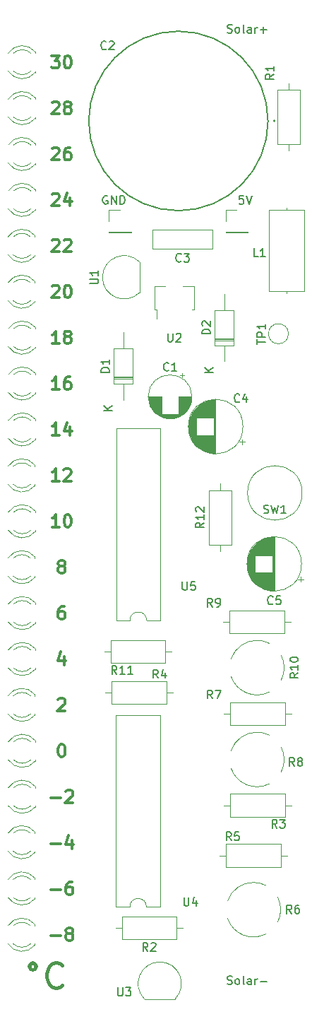
<source format=gbr>
%TF.GenerationSoftware,KiCad,Pcbnew,6.0.8-f2edbf62ab~116~ubuntu20.04.1*%
%TF.CreationDate,2022-11-01T19:33:50+01:00*%
%TF.ProjectId,temp,74656d70-2e6b-4696-9361-645f70636258,rev?*%
%TF.SameCoordinates,Original*%
%TF.FileFunction,Legend,Top*%
%TF.FilePolarity,Positive*%
%FSLAX46Y46*%
G04 Gerber Fmt 4.6, Leading zero omitted, Abs format (unit mm)*
G04 Created by KiCad (PCBNEW 6.0.8-f2edbf62ab~116~ubuntu20.04.1) date 2022-11-01 19:33:50*
%MOMM*%
%LPD*%
G01*
G04 APERTURE LIST*
%ADD10C,0.300000*%
%ADD11C,0.400000*%
%ADD12C,0.150000*%
%ADD13C,0.120000*%
%ADD14C,0.200000*%
%ADD15C,0.127000*%
G04 APERTURE END LIST*
D10*
X123857142Y-51321428D02*
X123928571Y-51250000D01*
X124071428Y-51178571D01*
X124428571Y-51178571D01*
X124571428Y-51250000D01*
X124642857Y-51321428D01*
X124714285Y-51464285D01*
X124714285Y-51607142D01*
X124642857Y-51821428D01*
X123785714Y-52678571D01*
X124714285Y-52678571D01*
X126000000Y-51178571D02*
X125714285Y-51178571D01*
X125571428Y-51250000D01*
X125500000Y-51321428D01*
X125357142Y-51535714D01*
X125285714Y-51821428D01*
X125285714Y-52392857D01*
X125357142Y-52535714D01*
X125428571Y-52607142D01*
X125571428Y-52678571D01*
X125857142Y-52678571D01*
X126000000Y-52607142D01*
X126071428Y-52535714D01*
X126142857Y-52392857D01*
X126142857Y-52035714D01*
X126071428Y-51892857D01*
X126000000Y-51821428D01*
X125857142Y-51750000D01*
X125571428Y-51750000D01*
X125428571Y-51821428D01*
X125357142Y-51892857D01*
X125285714Y-52035714D01*
X125285714Y-112178571D02*
X125285714Y-113178571D01*
X124928571Y-111607142D02*
X124571428Y-112678571D01*
X125500000Y-112678571D01*
X124714285Y-85678571D02*
X123857142Y-85678571D01*
X124285714Y-85678571D02*
X124285714Y-84178571D01*
X124142857Y-84392857D01*
X124000000Y-84535714D01*
X123857142Y-84607142D01*
X126000000Y-84678571D02*
X126000000Y-85678571D01*
X125642857Y-84107142D02*
X125285714Y-85178571D01*
X126214285Y-85178571D01*
X123857142Y-56821428D02*
X123928571Y-56750000D01*
X124071428Y-56678571D01*
X124428571Y-56678571D01*
X124571428Y-56750000D01*
X124642857Y-56821428D01*
X124714285Y-56964285D01*
X124714285Y-57107142D01*
X124642857Y-57321428D01*
X123785714Y-58178571D01*
X124714285Y-58178571D01*
X126000000Y-57178571D02*
X126000000Y-58178571D01*
X125642857Y-56607142D02*
X125285714Y-57678571D01*
X126214285Y-57678571D01*
X123857142Y-45821428D02*
X123928571Y-45750000D01*
X124071428Y-45678571D01*
X124428571Y-45678571D01*
X124571428Y-45750000D01*
X124642857Y-45821428D01*
X124714285Y-45964285D01*
X124714285Y-46107142D01*
X124642857Y-46321428D01*
X123785714Y-47178571D01*
X124714285Y-47178571D01*
X125571428Y-46321428D02*
X125428571Y-46250000D01*
X125357142Y-46178571D01*
X125285714Y-46035714D01*
X125285714Y-45964285D01*
X125357142Y-45821428D01*
X125428571Y-45750000D01*
X125571428Y-45678571D01*
X125857142Y-45678571D01*
X126000000Y-45750000D01*
X126071428Y-45821428D01*
X126142857Y-45964285D01*
X126142857Y-46035714D01*
X126071428Y-46178571D01*
X126000000Y-46250000D01*
X125857142Y-46321428D01*
X125571428Y-46321428D01*
X125428571Y-46392857D01*
X125357142Y-46464285D01*
X125285714Y-46607142D01*
X125285714Y-46892857D01*
X125357142Y-47035714D01*
X125428571Y-47107142D01*
X125571428Y-47178571D01*
X125857142Y-47178571D01*
X126000000Y-47107142D01*
X126071428Y-47035714D01*
X126142857Y-46892857D01*
X126142857Y-46607142D01*
X126071428Y-46464285D01*
X126000000Y-46392857D01*
X125857142Y-46321428D01*
X123857142Y-67821428D02*
X123928571Y-67750000D01*
X124071428Y-67678571D01*
X124428571Y-67678571D01*
X124571428Y-67750000D01*
X124642857Y-67821428D01*
X124714285Y-67964285D01*
X124714285Y-68107142D01*
X124642857Y-68321428D01*
X123785714Y-69178571D01*
X124714285Y-69178571D01*
X125642857Y-67678571D02*
X125785714Y-67678571D01*
X125928571Y-67750000D01*
X126000000Y-67821428D01*
X126071428Y-67964285D01*
X126142857Y-68250000D01*
X126142857Y-68607142D01*
X126071428Y-68892857D01*
X126000000Y-69035714D01*
X125928571Y-69107142D01*
X125785714Y-69178571D01*
X125642857Y-69178571D01*
X125500000Y-69107142D01*
X125428571Y-69035714D01*
X125357142Y-68892857D01*
X125285714Y-68607142D01*
X125285714Y-68250000D01*
X125357142Y-67964285D01*
X125428571Y-67821428D01*
X125500000Y-67750000D01*
X125642857Y-67678571D01*
X124857142Y-101321428D02*
X124714285Y-101250000D01*
X124642857Y-101178571D01*
X124571428Y-101035714D01*
X124571428Y-100964285D01*
X124642857Y-100821428D01*
X124714285Y-100750000D01*
X124857142Y-100678571D01*
X125142857Y-100678571D01*
X125285714Y-100750000D01*
X125357142Y-100821428D01*
X125428571Y-100964285D01*
X125428571Y-101035714D01*
X125357142Y-101178571D01*
X125285714Y-101250000D01*
X125142857Y-101321428D01*
X124857142Y-101321428D01*
X124714285Y-101392857D01*
X124642857Y-101464285D01*
X124571428Y-101607142D01*
X124571428Y-101892857D01*
X124642857Y-102035714D01*
X124714285Y-102107142D01*
X124857142Y-102178571D01*
X125142857Y-102178571D01*
X125285714Y-102107142D01*
X125357142Y-102035714D01*
X125428571Y-101892857D01*
X125428571Y-101607142D01*
X125357142Y-101464285D01*
X125285714Y-101392857D01*
X125142857Y-101321428D01*
X124686495Y-91169317D02*
X123829352Y-91169317D01*
X124257924Y-91169317D02*
X124257924Y-89669317D01*
X124115067Y-89883603D01*
X123972210Y-90026460D01*
X123829352Y-90097888D01*
X125257924Y-89812174D02*
X125329352Y-89740746D01*
X125472210Y-89669317D01*
X125829352Y-89669317D01*
X125972210Y-89740746D01*
X126043638Y-89812174D01*
X126115067Y-89955031D01*
X126115067Y-90097888D01*
X126043638Y-90312174D01*
X125186495Y-91169317D01*
X126115067Y-91169317D01*
D11*
X121500000Y-148857142D02*
X121214285Y-149000000D01*
X121071428Y-149285714D01*
X121214285Y-149571428D01*
X121500000Y-149714285D01*
X121785714Y-149571428D01*
X121928571Y-149285714D01*
X121785714Y-149000000D01*
X121500000Y-148857142D01*
X125071428Y-151571428D02*
X124928571Y-151714285D01*
X124500000Y-151857142D01*
X124214285Y-151857142D01*
X123785714Y-151714285D01*
X123500000Y-151428571D01*
X123357142Y-151142857D01*
X123214285Y-150571428D01*
X123214285Y-150142857D01*
X123357142Y-149571428D01*
X123500000Y-149285714D01*
X123785714Y-149000000D01*
X124214285Y-148857142D01*
X124500000Y-148857142D01*
X124928571Y-149000000D01*
X125071428Y-149142857D01*
D10*
X124714285Y-96678571D02*
X123857142Y-96678571D01*
X124285714Y-96678571D02*
X124285714Y-95178571D01*
X124142857Y-95392857D01*
X124000000Y-95535714D01*
X123857142Y-95607142D01*
X125642857Y-95178571D02*
X125785714Y-95178571D01*
X125928571Y-95250000D01*
X126000000Y-95321428D01*
X126071428Y-95464285D01*
X126142857Y-95750000D01*
X126142857Y-96107142D01*
X126071428Y-96392857D01*
X126000000Y-96535714D01*
X125928571Y-96607142D01*
X125785714Y-96678571D01*
X125642857Y-96678571D01*
X125500000Y-96607142D01*
X125428571Y-96535714D01*
X125357142Y-96392857D01*
X125285714Y-96107142D01*
X125285714Y-95750000D01*
X125357142Y-95464285D01*
X125428571Y-95321428D01*
X125500000Y-95250000D01*
X125642857Y-95178571D01*
X124928571Y-122678571D02*
X125071428Y-122678571D01*
X125214285Y-122750000D01*
X125285714Y-122821428D01*
X125357142Y-122964285D01*
X125428571Y-123250000D01*
X125428571Y-123607142D01*
X125357142Y-123892857D01*
X125285714Y-124035714D01*
X125214285Y-124107142D01*
X125071428Y-124178571D01*
X124928571Y-124178571D01*
X124785714Y-124107142D01*
X124714285Y-124035714D01*
X124642857Y-123892857D01*
X124571428Y-123607142D01*
X124571428Y-123250000D01*
X124642857Y-122964285D01*
X124714285Y-122821428D01*
X124785714Y-122750000D01*
X124928571Y-122678571D01*
X124714285Y-74678571D02*
X123857142Y-74678571D01*
X124285714Y-74678571D02*
X124285714Y-73178571D01*
X124142857Y-73392857D01*
X124000000Y-73535714D01*
X123857142Y-73607142D01*
X125571428Y-73821428D02*
X125428571Y-73750000D01*
X125357142Y-73678571D01*
X125285714Y-73535714D01*
X125285714Y-73464285D01*
X125357142Y-73321428D01*
X125428571Y-73250000D01*
X125571428Y-73178571D01*
X125857142Y-73178571D01*
X126000000Y-73250000D01*
X126071428Y-73321428D01*
X126142857Y-73464285D01*
X126142857Y-73535714D01*
X126071428Y-73678571D01*
X126000000Y-73750000D01*
X125857142Y-73821428D01*
X125571428Y-73821428D01*
X125428571Y-73892857D01*
X125357142Y-73964285D01*
X125285714Y-74107142D01*
X125285714Y-74392857D01*
X125357142Y-74535714D01*
X125428571Y-74607142D01*
X125571428Y-74678571D01*
X125857142Y-74678571D01*
X126000000Y-74607142D01*
X126071428Y-74535714D01*
X126142857Y-74392857D01*
X126142857Y-74107142D01*
X126071428Y-73964285D01*
X126000000Y-73892857D01*
X125857142Y-73821428D01*
X123857142Y-62321428D02*
X123928571Y-62250000D01*
X124071428Y-62178571D01*
X124428571Y-62178571D01*
X124571428Y-62250000D01*
X124642857Y-62321428D01*
X124714285Y-62464285D01*
X124714285Y-62607142D01*
X124642857Y-62821428D01*
X123785714Y-63678571D01*
X124714285Y-63678571D01*
X125285714Y-62321428D02*
X125357142Y-62250000D01*
X125500000Y-62178571D01*
X125857142Y-62178571D01*
X126000000Y-62250000D01*
X126071428Y-62321428D01*
X126142857Y-62464285D01*
X126142857Y-62607142D01*
X126071428Y-62821428D01*
X125214285Y-63678571D01*
X126142857Y-63678571D01*
X124714285Y-80178571D02*
X123857142Y-80178571D01*
X124285714Y-80178571D02*
X124285714Y-78678571D01*
X124142857Y-78892857D01*
X124000000Y-79035714D01*
X123857142Y-79107142D01*
X126000000Y-78678571D02*
X125714285Y-78678571D01*
X125571428Y-78750000D01*
X125500000Y-78821428D01*
X125357142Y-79035714D01*
X125285714Y-79321428D01*
X125285714Y-79892857D01*
X125357142Y-80035714D01*
X125428571Y-80107142D01*
X125571428Y-80178571D01*
X125857142Y-80178571D01*
X126000000Y-80107142D01*
X126071428Y-80035714D01*
X126142857Y-79892857D01*
X126142857Y-79535714D01*
X126071428Y-79392857D01*
X126000000Y-79321428D01*
X125857142Y-79250000D01*
X125571428Y-79250000D01*
X125428571Y-79321428D01*
X125357142Y-79392857D01*
X125285714Y-79535714D01*
X123714285Y-134607142D02*
X124857142Y-134607142D01*
X126214285Y-134178571D02*
X126214285Y-135178571D01*
X125857142Y-133607142D02*
X125500000Y-134678571D01*
X126428571Y-134678571D01*
X123714285Y-140107142D02*
X124857142Y-140107142D01*
X126214285Y-139178571D02*
X125928571Y-139178571D01*
X125785714Y-139250000D01*
X125714285Y-139321428D01*
X125571428Y-139535714D01*
X125500000Y-139821428D01*
X125500000Y-140392857D01*
X125571428Y-140535714D01*
X125642857Y-140607142D01*
X125785714Y-140678571D01*
X126071428Y-140678571D01*
X126214285Y-140607142D01*
X126285714Y-140535714D01*
X126357142Y-140392857D01*
X126357142Y-140035714D01*
X126285714Y-139892857D01*
X126214285Y-139821428D01*
X126071428Y-139750000D01*
X125785714Y-139750000D01*
X125642857Y-139821428D01*
X125571428Y-139892857D01*
X125500000Y-140035714D01*
X123714285Y-145607142D02*
X124857142Y-145607142D01*
X125785714Y-145321428D02*
X125642857Y-145250000D01*
X125571428Y-145178571D01*
X125500000Y-145035714D01*
X125500000Y-144964285D01*
X125571428Y-144821428D01*
X125642857Y-144750000D01*
X125785714Y-144678571D01*
X126071428Y-144678571D01*
X126214285Y-144750000D01*
X126285714Y-144821428D01*
X126357142Y-144964285D01*
X126357142Y-145035714D01*
X126285714Y-145178571D01*
X126214285Y-145250000D01*
X126071428Y-145321428D01*
X125785714Y-145321428D01*
X125642857Y-145392857D01*
X125571428Y-145464285D01*
X125500000Y-145607142D01*
X125500000Y-145892857D01*
X125571428Y-146035714D01*
X125642857Y-146107142D01*
X125785714Y-146178571D01*
X126071428Y-146178571D01*
X126214285Y-146107142D01*
X126285714Y-146035714D01*
X126357142Y-145892857D01*
X126357142Y-145607142D01*
X126285714Y-145464285D01*
X126214285Y-145392857D01*
X126071428Y-145321428D01*
X124571428Y-117321428D02*
X124642857Y-117250000D01*
X124785714Y-117178571D01*
X125142857Y-117178571D01*
X125285714Y-117250000D01*
X125357142Y-117321428D01*
X125428571Y-117464285D01*
X125428571Y-117607142D01*
X125357142Y-117821428D01*
X124500000Y-118678571D01*
X125428571Y-118678571D01*
X125285714Y-106178571D02*
X125000000Y-106178571D01*
X124857142Y-106250000D01*
X124785714Y-106321428D01*
X124642857Y-106535714D01*
X124571428Y-106821428D01*
X124571428Y-107392857D01*
X124642857Y-107535714D01*
X124714285Y-107607142D01*
X124857142Y-107678571D01*
X125142857Y-107678571D01*
X125285714Y-107607142D01*
X125357142Y-107535714D01*
X125428571Y-107392857D01*
X125428571Y-107035714D01*
X125357142Y-106892857D01*
X125285714Y-106821428D01*
X125142857Y-106750000D01*
X124857142Y-106750000D01*
X124714285Y-106821428D01*
X124642857Y-106892857D01*
X124571428Y-107035714D01*
X123785714Y-40178571D02*
X124714285Y-40178571D01*
X124214285Y-40750000D01*
X124428571Y-40750000D01*
X124571428Y-40821428D01*
X124642857Y-40892857D01*
X124714285Y-41035714D01*
X124714285Y-41392857D01*
X124642857Y-41535714D01*
X124571428Y-41607142D01*
X124428571Y-41678571D01*
X124000000Y-41678571D01*
X123857142Y-41607142D01*
X123785714Y-41535714D01*
X125642857Y-40178571D02*
X125785714Y-40178571D01*
X125928571Y-40250000D01*
X126000000Y-40321428D01*
X126071428Y-40464285D01*
X126142857Y-40750000D01*
X126142857Y-41107142D01*
X126071428Y-41392857D01*
X126000000Y-41535714D01*
X125928571Y-41607142D01*
X125785714Y-41678571D01*
X125642857Y-41678571D01*
X125500000Y-41607142D01*
X125428571Y-41535714D01*
X125357142Y-41392857D01*
X125285714Y-41107142D01*
X125285714Y-40750000D01*
X125357142Y-40464285D01*
X125428571Y-40321428D01*
X125500000Y-40250000D01*
X125642857Y-40178571D01*
X123714285Y-129107142D02*
X124857142Y-129107142D01*
X125500000Y-128321428D02*
X125571428Y-128250000D01*
X125714285Y-128178571D01*
X126071428Y-128178571D01*
X126214285Y-128250000D01*
X126285714Y-128321428D01*
X126357142Y-128464285D01*
X126357142Y-128607142D01*
X126285714Y-128821428D01*
X125428571Y-129678571D01*
X126357142Y-129678571D01*
D12*
%TO.C,Solar+*%
X144869047Y-37404761D02*
X145011904Y-37452380D01*
X145250000Y-37452380D01*
X145345238Y-37404761D01*
X145392857Y-37357142D01*
X145440476Y-37261904D01*
X145440476Y-37166666D01*
X145392857Y-37071428D01*
X145345238Y-37023809D01*
X145250000Y-36976190D01*
X145059523Y-36928571D01*
X144964285Y-36880952D01*
X144916666Y-36833333D01*
X144869047Y-36738095D01*
X144869047Y-36642857D01*
X144916666Y-36547619D01*
X144964285Y-36500000D01*
X145059523Y-36452380D01*
X145297619Y-36452380D01*
X145440476Y-36500000D01*
X146011904Y-37452380D02*
X145916666Y-37404761D01*
X145869047Y-37357142D01*
X145821428Y-37261904D01*
X145821428Y-36976190D01*
X145869047Y-36880952D01*
X145916666Y-36833333D01*
X146011904Y-36785714D01*
X146154761Y-36785714D01*
X146250000Y-36833333D01*
X146297619Y-36880952D01*
X146345238Y-36976190D01*
X146345238Y-37261904D01*
X146297619Y-37357142D01*
X146250000Y-37404761D01*
X146154761Y-37452380D01*
X146011904Y-37452380D01*
X146916666Y-37452380D02*
X146821428Y-37404761D01*
X146773809Y-37309523D01*
X146773809Y-36452380D01*
X147726190Y-37452380D02*
X147726190Y-36928571D01*
X147678571Y-36833333D01*
X147583333Y-36785714D01*
X147392857Y-36785714D01*
X147297619Y-36833333D01*
X147726190Y-37404761D02*
X147630952Y-37452380D01*
X147392857Y-37452380D01*
X147297619Y-37404761D01*
X147250000Y-37309523D01*
X147250000Y-37214285D01*
X147297619Y-37119047D01*
X147392857Y-37071428D01*
X147630952Y-37071428D01*
X147726190Y-37023809D01*
X148202380Y-37452380D02*
X148202380Y-36785714D01*
X148202380Y-36976190D02*
X148250000Y-36880952D01*
X148297619Y-36833333D01*
X148392857Y-36785714D01*
X148488095Y-36785714D01*
X148821428Y-37071428D02*
X149583333Y-37071428D01*
X149202380Y-37452380D02*
X149202380Y-36690476D01*
%TO.C,R9*%
X143083333Y-106202380D02*
X142750000Y-105726190D01*
X142511904Y-106202380D02*
X142511904Y-105202380D01*
X142892857Y-105202380D01*
X142988095Y-105250000D01*
X143035714Y-105297619D01*
X143083333Y-105392857D01*
X143083333Y-105535714D01*
X143035714Y-105630952D01*
X142988095Y-105678571D01*
X142892857Y-105726190D01*
X142511904Y-105726190D01*
X143559523Y-106202380D02*
X143750000Y-106202380D01*
X143845238Y-106154761D01*
X143892857Y-106107142D01*
X143988095Y-105964285D01*
X144035714Y-105773809D01*
X144035714Y-105392857D01*
X143988095Y-105297619D01*
X143940476Y-105250000D01*
X143845238Y-105202380D01*
X143654761Y-105202380D01*
X143559523Y-105250000D01*
X143511904Y-105297619D01*
X143464285Y-105392857D01*
X143464285Y-105630952D01*
X143511904Y-105726190D01*
X143559523Y-105773809D01*
X143654761Y-105821428D01*
X143845238Y-105821428D01*
X143940476Y-105773809D01*
X143988095Y-105726190D01*
X144035714Y-105630952D01*
%TO.C,R6*%
X152583333Y-142952380D02*
X152250000Y-142476190D01*
X152011904Y-142952380D02*
X152011904Y-141952380D01*
X152392857Y-141952380D01*
X152488095Y-142000000D01*
X152535714Y-142047619D01*
X152583333Y-142142857D01*
X152583333Y-142285714D01*
X152535714Y-142380952D01*
X152488095Y-142428571D01*
X152392857Y-142476190D01*
X152011904Y-142476190D01*
X153440476Y-141952380D02*
X153250000Y-141952380D01*
X153154761Y-142000000D01*
X153107142Y-142047619D01*
X153011904Y-142190476D01*
X152964285Y-142380952D01*
X152964285Y-142761904D01*
X153011904Y-142857142D01*
X153059523Y-142904761D01*
X153154761Y-142952380D01*
X153345238Y-142952380D01*
X153440476Y-142904761D01*
X153488095Y-142857142D01*
X153535714Y-142761904D01*
X153535714Y-142523809D01*
X153488095Y-142428571D01*
X153440476Y-142380952D01*
X153345238Y-142333333D01*
X153154761Y-142333333D01*
X153059523Y-142380952D01*
X153011904Y-142428571D01*
X152964285Y-142523809D01*
%TO.C,U5*%
X139488095Y-103202380D02*
X139488095Y-104011904D01*
X139535714Y-104107142D01*
X139583333Y-104154761D01*
X139678571Y-104202380D01*
X139869047Y-104202380D01*
X139964285Y-104154761D01*
X140011904Y-104107142D01*
X140059523Y-104011904D01*
X140059523Y-103202380D01*
X141011904Y-103202380D02*
X140535714Y-103202380D01*
X140488095Y-103678571D01*
X140535714Y-103630952D01*
X140630952Y-103583333D01*
X140869047Y-103583333D01*
X140964285Y-103630952D01*
X141011904Y-103678571D01*
X141059523Y-103773809D01*
X141059523Y-104011904D01*
X141011904Y-104107142D01*
X140964285Y-104154761D01*
X140869047Y-104202380D01*
X140630952Y-104202380D01*
X140535714Y-104154761D01*
X140488095Y-104107142D01*
%TO.C,C3*%
X139335848Y-64791200D02*
X139288229Y-64838819D01*
X139145372Y-64886438D01*
X139050134Y-64886438D01*
X138907276Y-64838819D01*
X138812038Y-64743581D01*
X138764419Y-64648343D01*
X138716800Y-64457867D01*
X138716800Y-64315010D01*
X138764419Y-64124534D01*
X138812038Y-64029296D01*
X138907276Y-63934058D01*
X139050134Y-63886438D01*
X139145372Y-63886438D01*
X139288229Y-63934058D01*
X139335848Y-63981677D01*
X139669181Y-63886438D02*
X140288229Y-63886438D01*
X139954895Y-64267391D01*
X140097753Y-64267391D01*
X140192991Y-64315010D01*
X140240610Y-64362629D01*
X140288229Y-64457867D01*
X140288229Y-64695962D01*
X140240610Y-64791200D01*
X140192991Y-64838819D01*
X140097753Y-64886438D01*
X139812038Y-64886438D01*
X139716800Y-64838819D01*
X139669181Y-64791200D01*
%TO.C,R4*%
X136570471Y-114744048D02*
X136237138Y-114267858D01*
X135999042Y-114744048D02*
X135999042Y-113744048D01*
X136379995Y-113744048D01*
X136475233Y-113791668D01*
X136522852Y-113839287D01*
X136570471Y-113934525D01*
X136570471Y-114077382D01*
X136522852Y-114172620D01*
X136475233Y-114220239D01*
X136379995Y-114267858D01*
X135999042Y-114267858D01*
X137427614Y-114077382D02*
X137427614Y-114744048D01*
X137189518Y-113696429D02*
X136951423Y-114410715D01*
X137570471Y-114410715D01*
%TO.C,C1*%
X137833333Y-77857142D02*
X137785714Y-77904761D01*
X137642857Y-77952380D01*
X137547619Y-77952380D01*
X137404761Y-77904761D01*
X137309523Y-77809523D01*
X137261904Y-77714285D01*
X137214285Y-77523809D01*
X137214285Y-77380952D01*
X137261904Y-77190476D01*
X137309523Y-77095238D01*
X137404761Y-77000000D01*
X137547619Y-76952380D01*
X137642857Y-76952380D01*
X137785714Y-77000000D01*
X137833333Y-77047619D01*
X138785714Y-77952380D02*
X138214285Y-77952380D01*
X138500000Y-77952380D02*
X138500000Y-76952380D01*
X138404761Y-77095238D01*
X138309523Y-77190476D01*
X138214285Y-77238095D01*
%TO.C,C2*%
X130333333Y-39357142D02*
X130285714Y-39404761D01*
X130142857Y-39452380D01*
X130047619Y-39452380D01*
X129904761Y-39404761D01*
X129809523Y-39309523D01*
X129761904Y-39214285D01*
X129714285Y-39023809D01*
X129714285Y-38880952D01*
X129761904Y-38690476D01*
X129809523Y-38595238D01*
X129904761Y-38500000D01*
X130047619Y-38452380D01*
X130142857Y-38452380D01*
X130285714Y-38500000D01*
X130333333Y-38547619D01*
X130714285Y-38547619D02*
X130761904Y-38500000D01*
X130857142Y-38452380D01*
X131095238Y-38452380D01*
X131190476Y-38500000D01*
X131238095Y-38547619D01*
X131285714Y-38642857D01*
X131285714Y-38738095D01*
X131238095Y-38880952D01*
X130666666Y-39452380D01*
X131285714Y-39452380D01*
%TO.C,U3*%
X131738095Y-151812380D02*
X131738095Y-152621904D01*
X131785714Y-152717142D01*
X131833333Y-152764761D01*
X131928571Y-152812380D01*
X132119047Y-152812380D01*
X132214285Y-152764761D01*
X132261904Y-152717142D01*
X132309523Y-152621904D01*
X132309523Y-151812380D01*
X132690476Y-151812380D02*
X133309523Y-151812380D01*
X132976190Y-152193333D01*
X133119047Y-152193333D01*
X133214285Y-152240952D01*
X133261904Y-152288571D01*
X133309523Y-152383809D01*
X133309523Y-152621904D01*
X133261904Y-152717142D01*
X133214285Y-152764761D01*
X133119047Y-152812380D01*
X132833333Y-152812380D01*
X132738095Y-152764761D01*
X132690476Y-152717142D01*
%TO.C,U1*%
X128392380Y-67491904D02*
X129201904Y-67491904D01*
X129297142Y-67444285D01*
X129344761Y-67396666D01*
X129392380Y-67301428D01*
X129392380Y-67110952D01*
X129344761Y-67015714D01*
X129297142Y-66968095D01*
X129201904Y-66920476D01*
X128392380Y-66920476D01*
X129392380Y-65920476D02*
X129392380Y-66491904D01*
X129392380Y-66206190D02*
X128392380Y-66206190D01*
X128535238Y-66301428D01*
X128630476Y-66396666D01*
X128678095Y-66491904D01*
%TO.C,R10*%
X153372380Y-114142182D02*
X152896190Y-114475515D01*
X153372380Y-114713610D02*
X152372380Y-114713610D01*
X152372380Y-114332658D01*
X152420000Y-114237420D01*
X152467619Y-114189801D01*
X152562857Y-114142182D01*
X152705714Y-114142182D01*
X152800952Y-114189801D01*
X152848571Y-114237420D01*
X152896190Y-114332658D01*
X152896190Y-114713610D01*
X153372380Y-113189801D02*
X153372380Y-113761229D01*
X153372380Y-113475515D02*
X152372380Y-113475515D01*
X152515238Y-113570753D01*
X152610476Y-113665991D01*
X152658095Y-113761229D01*
X152372380Y-112570753D02*
X152372380Y-112475515D01*
X152420000Y-112380277D01*
X152467619Y-112332658D01*
X152562857Y-112285039D01*
X152753333Y-112237420D01*
X152991428Y-112237420D01*
X153181904Y-112285039D01*
X153277142Y-112332658D01*
X153324761Y-112380277D01*
X153372380Y-112475515D01*
X153372380Y-112570753D01*
X153324761Y-112665991D01*
X153277142Y-112713610D01*
X153181904Y-112761229D01*
X152991428Y-112808848D01*
X152753333Y-112808848D01*
X152562857Y-112761229D01*
X152467619Y-112713610D01*
X152420000Y-112665991D01*
X152372380Y-112570753D01*
%TO.C,U2*%
X137738095Y-73452380D02*
X137738095Y-74261904D01*
X137785714Y-74357142D01*
X137833333Y-74404761D01*
X137928571Y-74452380D01*
X138119047Y-74452380D01*
X138214285Y-74404761D01*
X138261904Y-74357142D01*
X138309523Y-74261904D01*
X138309523Y-73452380D01*
X138738095Y-73547619D02*
X138785714Y-73500000D01*
X138880952Y-73452380D01*
X139119047Y-73452380D01*
X139214285Y-73500000D01*
X139261904Y-73547619D01*
X139309523Y-73642857D01*
X139309523Y-73738095D01*
X139261904Y-73880952D01*
X138690476Y-74452380D01*
X139309523Y-74452380D01*
%TO.C,D1*%
X130719341Y-78096977D02*
X129719341Y-78096977D01*
X129719341Y-77858882D01*
X129766961Y-77716024D01*
X129862199Y-77620786D01*
X129957437Y-77573167D01*
X130147913Y-77525548D01*
X130290770Y-77525548D01*
X130481246Y-77573167D01*
X130576484Y-77620786D01*
X130671722Y-77716024D01*
X130719341Y-77858882D01*
X130719341Y-78096977D01*
X130719341Y-76573167D02*
X130719341Y-77144596D01*
X130719341Y-76858882D02*
X129719341Y-76858882D01*
X129862199Y-76954120D01*
X129957437Y-77049358D01*
X130005056Y-77144596D01*
X131039341Y-82700786D02*
X130039341Y-82700786D01*
X131039341Y-82129358D02*
X130467913Y-82557929D01*
X130039341Y-82129358D02*
X130610770Y-82700786D01*
%TO.C,R2*%
X135333333Y-147452380D02*
X135000000Y-146976190D01*
X134761904Y-147452380D02*
X134761904Y-146452380D01*
X135142857Y-146452380D01*
X135238095Y-146500000D01*
X135285714Y-146547619D01*
X135333333Y-146642857D01*
X135333333Y-146785714D01*
X135285714Y-146880952D01*
X135238095Y-146928571D01*
X135142857Y-146976190D01*
X134761904Y-146976190D01*
X135714285Y-146547619D02*
X135761904Y-146500000D01*
X135857142Y-146452380D01*
X136095238Y-146452380D01*
X136190476Y-146500000D01*
X136238095Y-146547619D01*
X136285714Y-146642857D01*
X136285714Y-146738095D01*
X136238095Y-146880952D01*
X135666666Y-147452380D01*
X136285714Y-147452380D01*
%TO.C,R5*%
X145333333Y-134202380D02*
X145000000Y-133726190D01*
X144761904Y-134202380D02*
X144761904Y-133202380D01*
X145142857Y-133202380D01*
X145238095Y-133250000D01*
X145285714Y-133297619D01*
X145333333Y-133392857D01*
X145333333Y-133535714D01*
X145285714Y-133630952D01*
X145238095Y-133678571D01*
X145142857Y-133726190D01*
X144761904Y-133726190D01*
X146238095Y-133202380D02*
X145761904Y-133202380D01*
X145714285Y-133678571D01*
X145761904Y-133630952D01*
X145857142Y-133583333D01*
X146095238Y-133583333D01*
X146190476Y-133630952D01*
X146238095Y-133678571D01*
X146285714Y-133773809D01*
X146285714Y-134011904D01*
X146238095Y-134107142D01*
X146190476Y-134154761D01*
X146095238Y-134202380D01*
X145857142Y-134202380D01*
X145761904Y-134154761D01*
X145714285Y-134107142D01*
%TO.C,R7*%
X143083333Y-117202380D02*
X142750000Y-116726190D01*
X142511904Y-117202380D02*
X142511904Y-116202380D01*
X142892857Y-116202380D01*
X142988095Y-116250000D01*
X143035714Y-116297619D01*
X143083333Y-116392857D01*
X143083333Y-116535714D01*
X143035714Y-116630952D01*
X142988095Y-116678571D01*
X142892857Y-116726190D01*
X142511904Y-116726190D01*
X143416666Y-116202380D02*
X144083333Y-116202380D01*
X143654761Y-117202380D01*
%TO.C,R11*%
X131607142Y-114268923D02*
X131273809Y-113792733D01*
X131035714Y-114268923D02*
X131035714Y-113268923D01*
X131416666Y-113268923D01*
X131511904Y-113316543D01*
X131559523Y-113364162D01*
X131607142Y-113459400D01*
X131607142Y-113602257D01*
X131559523Y-113697495D01*
X131511904Y-113745114D01*
X131416666Y-113792733D01*
X131035714Y-113792733D01*
X132559523Y-114268923D02*
X131988095Y-114268923D01*
X132273809Y-114268923D02*
X132273809Y-113268923D01*
X132178571Y-113411781D01*
X132083333Y-113507019D01*
X131988095Y-113554638D01*
X133511904Y-114268923D02*
X132940476Y-114268923D01*
X133226190Y-114268923D02*
X133226190Y-113268923D01*
X133130952Y-113411781D01*
X133035714Y-113507019D01*
X132940476Y-113554638D01*
%TO.C,D2*%
X142832380Y-73508095D02*
X141832380Y-73508095D01*
X141832380Y-73270000D01*
X141880000Y-73127142D01*
X141975238Y-73031904D01*
X142070476Y-72984285D01*
X142260952Y-72936666D01*
X142403809Y-72936666D01*
X142594285Y-72984285D01*
X142689523Y-73031904D01*
X142784761Y-73127142D01*
X142832380Y-73270000D01*
X142832380Y-73508095D01*
X141927619Y-72555714D02*
X141880000Y-72508095D01*
X141832380Y-72412857D01*
X141832380Y-72174761D01*
X141880000Y-72079523D01*
X141927619Y-72031904D01*
X142022857Y-71984285D01*
X142118095Y-71984285D01*
X142260952Y-72031904D01*
X142832380Y-72603333D01*
X142832380Y-71984285D01*
X143152380Y-78111904D02*
X142152380Y-78111904D01*
X143152380Y-77540476D02*
X142580952Y-77969047D01*
X142152380Y-77540476D02*
X142723809Y-78111904D01*
%TO.C,R1*%
X150463762Y-42382364D02*
X149987572Y-42715698D01*
X150463762Y-42953793D02*
X149463762Y-42953793D01*
X149463762Y-42572840D01*
X149511382Y-42477602D01*
X149559001Y-42429983D01*
X149654239Y-42382364D01*
X149797096Y-42382364D01*
X149892334Y-42429983D01*
X149939953Y-42477602D01*
X149987572Y-42572840D01*
X149987572Y-42953793D01*
X150463762Y-41429983D02*
X150463762Y-42001412D01*
X150463762Y-41715698D02*
X149463762Y-41715698D01*
X149606620Y-41810936D01*
X149701858Y-41906174D01*
X149749477Y-42001412D01*
%TO.C,R12*%
X142082380Y-96142857D02*
X141606190Y-96476190D01*
X142082380Y-96714285D02*
X141082380Y-96714285D01*
X141082380Y-96333333D01*
X141130000Y-96238095D01*
X141177619Y-96190476D01*
X141272857Y-96142857D01*
X141415714Y-96142857D01*
X141510952Y-96190476D01*
X141558571Y-96238095D01*
X141606190Y-96333333D01*
X141606190Y-96714285D01*
X142082380Y-95190476D02*
X142082380Y-95761904D01*
X142082380Y-95476190D02*
X141082380Y-95476190D01*
X141225238Y-95571428D01*
X141320476Y-95666666D01*
X141368095Y-95761904D01*
X141177619Y-94809523D02*
X141130000Y-94761904D01*
X141082380Y-94666666D01*
X141082380Y-94428571D01*
X141130000Y-94333333D01*
X141177619Y-94285714D01*
X141272857Y-94238095D01*
X141368095Y-94238095D01*
X141510952Y-94285714D01*
X142082380Y-94857142D01*
X142082380Y-94238095D01*
%TO.C,SW1*%
X149234094Y-94970768D02*
X149376951Y-95018387D01*
X149615047Y-95018387D01*
X149710285Y-94970768D01*
X149757904Y-94923149D01*
X149805523Y-94827911D01*
X149805523Y-94732673D01*
X149757904Y-94637435D01*
X149710285Y-94589816D01*
X149615047Y-94542197D01*
X149424570Y-94494578D01*
X149329332Y-94446959D01*
X149281713Y-94399340D01*
X149234094Y-94304102D01*
X149234094Y-94208864D01*
X149281713Y-94113626D01*
X149329332Y-94066007D01*
X149424570Y-94018387D01*
X149662666Y-94018387D01*
X149805523Y-94066007D01*
X150138856Y-94018387D02*
X150376951Y-95018387D01*
X150567428Y-94304102D01*
X150757904Y-95018387D01*
X150995999Y-94018387D01*
X151900761Y-95018387D02*
X151329332Y-95018387D01*
X151615047Y-95018387D02*
X151615047Y-94018387D01*
X151519808Y-94161245D01*
X151424570Y-94256483D01*
X151329332Y-94304102D01*
%TO.C,L1*%
X148558611Y-64262145D02*
X148082420Y-64262145D01*
X148082420Y-63262145D01*
X149415754Y-64262145D02*
X148844325Y-64262145D01*
X149130039Y-64262145D02*
X149130039Y-63262145D01*
X149034801Y-63405003D01*
X148939563Y-63500241D01*
X148844325Y-63547860D01*
%TO.C,TP1*%
X148454380Y-74761904D02*
X148454380Y-74190476D01*
X149454380Y-74476190D02*
X148454380Y-74476190D01*
X149454380Y-73857142D02*
X148454380Y-73857142D01*
X148454380Y-73476190D01*
X148502000Y-73380952D01*
X148549619Y-73333333D01*
X148644857Y-73285714D01*
X148787714Y-73285714D01*
X148882952Y-73333333D01*
X148930571Y-73380952D01*
X148978190Y-73476190D01*
X148978190Y-73857142D01*
X149454380Y-72333333D02*
X149454380Y-72904761D01*
X149454380Y-72619047D02*
X148454380Y-72619047D01*
X148597238Y-72714285D01*
X148692476Y-72809523D01*
X148740095Y-72904761D01*
%TO.C,GND*%
X130488095Y-57000000D02*
X130392857Y-56952380D01*
X130250000Y-56952380D01*
X130107142Y-57000000D01*
X130011904Y-57095238D01*
X129964285Y-57190476D01*
X129916666Y-57380952D01*
X129916666Y-57523809D01*
X129964285Y-57714285D01*
X130011904Y-57809523D01*
X130107142Y-57904761D01*
X130250000Y-57952380D01*
X130345238Y-57952380D01*
X130488095Y-57904761D01*
X130535714Y-57857142D01*
X130535714Y-57523809D01*
X130345238Y-57523809D01*
X130964285Y-57952380D02*
X130964285Y-56952380D01*
X131535714Y-57952380D01*
X131535714Y-56952380D01*
X132011904Y-57952380D02*
X132011904Y-56952380D01*
X132250000Y-56952380D01*
X132392857Y-57000000D01*
X132488095Y-57095238D01*
X132535714Y-57190476D01*
X132583333Y-57380952D01*
X132583333Y-57523809D01*
X132535714Y-57714285D01*
X132488095Y-57809523D01*
X132392857Y-57904761D01*
X132250000Y-57952380D01*
X132011904Y-57952380D01*
%TO.C,C5*%
X150333141Y-105823149D02*
X150285522Y-105870768D01*
X150142665Y-105918387D01*
X150047427Y-105918387D01*
X149904569Y-105870768D01*
X149809331Y-105775530D01*
X149761712Y-105680292D01*
X149714093Y-105489816D01*
X149714093Y-105346959D01*
X149761712Y-105156483D01*
X149809331Y-105061245D01*
X149904569Y-104966007D01*
X150047427Y-104918387D01*
X150142665Y-104918387D01*
X150285522Y-104966007D01*
X150333141Y-105013626D01*
X151237903Y-104918387D02*
X150761712Y-104918387D01*
X150714093Y-105394578D01*
X150761712Y-105346959D01*
X150856950Y-105299340D01*
X151095046Y-105299340D01*
X151190284Y-105346959D01*
X151237903Y-105394578D01*
X151285522Y-105489816D01*
X151285522Y-105727911D01*
X151237903Y-105823149D01*
X151190284Y-105870768D01*
X151095046Y-105918387D01*
X150856950Y-105918387D01*
X150761712Y-105870768D01*
X150714093Y-105823149D01*
%TO.C,Solar-*%
X144869047Y-151404761D02*
X145011904Y-151452380D01*
X145250000Y-151452380D01*
X145345238Y-151404761D01*
X145392857Y-151357142D01*
X145440476Y-151261904D01*
X145440476Y-151166666D01*
X145392857Y-151071428D01*
X145345238Y-151023809D01*
X145250000Y-150976190D01*
X145059523Y-150928571D01*
X144964285Y-150880952D01*
X144916666Y-150833333D01*
X144869047Y-150738095D01*
X144869047Y-150642857D01*
X144916666Y-150547619D01*
X144964285Y-150500000D01*
X145059523Y-150452380D01*
X145297619Y-150452380D01*
X145440476Y-150500000D01*
X146011904Y-151452380D02*
X145916666Y-151404761D01*
X145869047Y-151357142D01*
X145821428Y-151261904D01*
X145821428Y-150976190D01*
X145869047Y-150880952D01*
X145916666Y-150833333D01*
X146011904Y-150785714D01*
X146154761Y-150785714D01*
X146250000Y-150833333D01*
X146297619Y-150880952D01*
X146345238Y-150976190D01*
X146345238Y-151261904D01*
X146297619Y-151357142D01*
X146250000Y-151404761D01*
X146154761Y-151452380D01*
X146011904Y-151452380D01*
X146916666Y-151452380D02*
X146821428Y-151404761D01*
X146773809Y-151309523D01*
X146773809Y-150452380D01*
X147726190Y-151452380D02*
X147726190Y-150928571D01*
X147678571Y-150833333D01*
X147583333Y-150785714D01*
X147392857Y-150785714D01*
X147297619Y-150833333D01*
X147726190Y-151404761D02*
X147630952Y-151452380D01*
X147392857Y-151452380D01*
X147297619Y-151404761D01*
X147250000Y-151309523D01*
X147250000Y-151214285D01*
X147297619Y-151119047D01*
X147392857Y-151071428D01*
X147630952Y-151071428D01*
X147726190Y-151023809D01*
X148202380Y-151452380D02*
X148202380Y-150785714D01*
X148202380Y-150976190D02*
X148250000Y-150880952D01*
X148297619Y-150833333D01*
X148392857Y-150785714D01*
X148488095Y-150785714D01*
X148821428Y-151071428D02*
X149583333Y-151071428D01*
%TO.C,5V*%
X146809523Y-56952380D02*
X146333333Y-56952380D01*
X146285714Y-57428571D01*
X146333333Y-57380952D01*
X146428571Y-57333333D01*
X146666666Y-57333333D01*
X146761904Y-57380952D01*
X146809523Y-57428571D01*
X146857142Y-57523809D01*
X146857142Y-57761904D01*
X146809523Y-57857142D01*
X146761904Y-57904761D01*
X146666666Y-57952380D01*
X146428571Y-57952380D01*
X146333333Y-57904761D01*
X146285714Y-57857142D01*
X147142857Y-56952380D02*
X147476190Y-57952380D01*
X147809523Y-56952380D01*
%TO.C,R8*%
X152930296Y-125284953D02*
X152596963Y-124808763D01*
X152358867Y-125284953D02*
X152358867Y-124284953D01*
X152739820Y-124284953D01*
X152835058Y-124332573D01*
X152882677Y-124380192D01*
X152930296Y-124475430D01*
X152930296Y-124618287D01*
X152882677Y-124713525D01*
X152835058Y-124761144D01*
X152739820Y-124808763D01*
X152358867Y-124808763D01*
X153501724Y-124713525D02*
X153406486Y-124665906D01*
X153358867Y-124618287D01*
X153311248Y-124523049D01*
X153311248Y-124475430D01*
X153358867Y-124380192D01*
X153406486Y-124332573D01*
X153501724Y-124284953D01*
X153692201Y-124284953D01*
X153787439Y-124332573D01*
X153835058Y-124380192D01*
X153882677Y-124475430D01*
X153882677Y-124523049D01*
X153835058Y-124618287D01*
X153787439Y-124665906D01*
X153692201Y-124713525D01*
X153501724Y-124713525D01*
X153406486Y-124761144D01*
X153358867Y-124808763D01*
X153311248Y-124904001D01*
X153311248Y-125094477D01*
X153358867Y-125189715D01*
X153406486Y-125237334D01*
X153501724Y-125284953D01*
X153692201Y-125284953D01*
X153787439Y-125237334D01*
X153835058Y-125189715D01*
X153882677Y-125094477D01*
X153882677Y-124904001D01*
X153835058Y-124808763D01*
X153787439Y-124761144D01*
X153692201Y-124713525D01*
%TO.C,R3*%
X150833333Y-132702380D02*
X150500000Y-132226190D01*
X150261904Y-132702380D02*
X150261904Y-131702380D01*
X150642857Y-131702380D01*
X150738095Y-131750000D01*
X150785714Y-131797619D01*
X150833333Y-131892857D01*
X150833333Y-132035714D01*
X150785714Y-132130952D01*
X150738095Y-132178571D01*
X150642857Y-132226190D01*
X150261904Y-132226190D01*
X151166666Y-131702380D02*
X151785714Y-131702380D01*
X151452380Y-132083333D01*
X151595238Y-132083333D01*
X151690476Y-132130952D01*
X151738095Y-132178571D01*
X151785714Y-132273809D01*
X151785714Y-132511904D01*
X151738095Y-132607142D01*
X151690476Y-132654761D01*
X151595238Y-132702380D01*
X151309523Y-132702380D01*
X151214285Y-132654761D01*
X151166666Y-132607142D01*
%TO.C,U4*%
X139679755Y-141032686D02*
X139679755Y-141842210D01*
X139727374Y-141937448D01*
X139774993Y-141985067D01*
X139870231Y-142032686D01*
X140060707Y-142032686D01*
X140155945Y-141985067D01*
X140203564Y-141937448D01*
X140251183Y-141842210D01*
X140251183Y-141032686D01*
X141155945Y-141366020D02*
X141155945Y-142032686D01*
X140917850Y-140985067D02*
X140679755Y-141699353D01*
X141298802Y-141699353D01*
%TO.C,C4*%
X146333333Y-81607142D02*
X146285714Y-81654761D01*
X146142857Y-81702380D01*
X146047619Y-81702380D01*
X145904761Y-81654761D01*
X145809523Y-81559523D01*
X145761904Y-81464285D01*
X145714285Y-81273809D01*
X145714285Y-81130952D01*
X145761904Y-80940476D01*
X145809523Y-80845238D01*
X145904761Y-80750000D01*
X146047619Y-80702380D01*
X146142857Y-80702380D01*
X146285714Y-80750000D01*
X146333333Y-80797619D01*
X147190476Y-81035714D02*
X147190476Y-81702380D01*
X146952380Y-80654761D02*
X146714285Y-81369047D01*
X147333333Y-81369047D01*
D13*
%TO.C,D7*%
X121827790Y-124697464D02*
X121827790Y-124541464D01*
X121827790Y-122381464D02*
X121827790Y-122225464D01*
X119226660Y-124541301D02*
G75*
G03*
X121308751Y-124541464I1041130J1079837D01*
G01*
X121827790Y-122225948D02*
G75*
G03*
X118595455Y-122382856I-1560000J-1235516D01*
G01*
X121308751Y-122381464D02*
G75*
G03*
X119226660Y-122381627I-1040961J-1080000D01*
G01*
X118595455Y-124540072D02*
G75*
G03*
X121827790Y-124696980I1672335J1078608D01*
G01*
%TO.C,D14*%
X121827790Y-86197464D02*
X121827790Y-86041464D01*
X121827790Y-83881464D02*
X121827790Y-83725464D01*
X119226660Y-86041301D02*
G75*
G03*
X121308751Y-86041464I1041130J1079837D01*
G01*
X118595455Y-86040072D02*
G75*
G03*
X121827790Y-86196980I1672335J1078608D01*
G01*
X121827790Y-83725948D02*
G75*
G03*
X118595455Y-83882856I-1560000J-1235516D01*
G01*
X121308751Y-83881464D02*
G75*
G03*
X119226660Y-83881627I-1040961J-1080000D01*
G01*
%TO.C,R9*%
X145150000Y-106630000D02*
X145150000Y-109370000D01*
X144380000Y-108000000D02*
X145150000Y-108000000D01*
X152460000Y-108000000D02*
X151690000Y-108000000D01*
X151690000Y-106630000D02*
X145150000Y-106630000D01*
X151690000Y-109370000D02*
X151690000Y-106630000D01*
X145150000Y-109370000D02*
X151690000Y-109370000D01*
%TO.C,R6*%
X148000000Y-139230000D02*
G75*
G03*
X144908154Y-141435392I0J-3270000D01*
G01*
X150913999Y-143984000D02*
G75*
G03*
X150913387Y-141014798I-2913999J1484000D01*
G01*
X149485000Y-139586000D02*
G75*
G03*
X147943137Y-139229925I-1485000J-2914000D01*
G01*
X144908000Y-143564000D02*
G75*
G03*
X149483968Y-145413829I3092000J1064000D01*
G01*
%TO.C,D3*%
X121790000Y-144420000D02*
X121790000Y-144264000D01*
X121790000Y-146736000D02*
X121790000Y-146580000D01*
X118557665Y-146578608D02*
G75*
G03*
X121790000Y-146735516I1672335J1078608D01*
G01*
X121790000Y-144264484D02*
G75*
G03*
X118557665Y-144421392I-1560000J-1235516D01*
G01*
X119188870Y-146579837D02*
G75*
G03*
X121270961Y-146580000I1041130J1079837D01*
G01*
X121270961Y-144420000D02*
G75*
G03*
X119188870Y-144420163I-1040961J-1080000D01*
G01*
%TO.C,D9*%
X121827790Y-111381464D02*
X121827790Y-111225464D01*
X121827790Y-113697464D02*
X121827790Y-113541464D01*
X118595455Y-113540072D02*
G75*
G03*
X121827790Y-113696980I1672335J1078608D01*
G01*
X121827790Y-111225948D02*
G75*
G03*
X118595455Y-111382856I-1560000J-1235516D01*
G01*
X119226660Y-113541301D02*
G75*
G03*
X121308751Y-113541464I1041130J1079837D01*
G01*
X121308751Y-111381464D02*
G75*
G03*
X119226660Y-111381627I-1040961J-1080000D01*
G01*
%TO.C,U5*%
X136840000Y-107830000D02*
X136840000Y-84850000D01*
X135190000Y-107830000D02*
X136840000Y-107830000D01*
X136840000Y-84850000D02*
X131540000Y-84850000D01*
X131540000Y-84850000D02*
X131540000Y-107830000D01*
X131540000Y-107830000D02*
X133190000Y-107830000D01*
X135190000Y-107830000D02*
G75*
G03*
X133190000Y-107830000I-1000000J0D01*
G01*
%TO.C,C3*%
X135882515Y-63304058D02*
X135882515Y-61064058D01*
X143122515Y-63304058D02*
X135882515Y-63304058D01*
X143122515Y-63304058D02*
X143122515Y-61064058D01*
X143122515Y-61064058D02*
X135882515Y-61064058D01*
%TO.C,D12*%
X121827790Y-94881464D02*
X121827790Y-94725464D01*
X121827790Y-97197464D02*
X121827790Y-97041464D01*
X121827790Y-94725948D02*
G75*
G03*
X118595455Y-94882856I-1560000J-1235516D01*
G01*
X121308751Y-94881464D02*
G75*
G03*
X119226660Y-94881627I-1040961J-1080000D01*
G01*
X118595455Y-97040072D02*
G75*
G03*
X121827790Y-97196980I1672335J1078608D01*
G01*
X119226660Y-97041301D02*
G75*
G03*
X121308751Y-97041464I1041130J1079837D01*
G01*
%TO.C,D8*%
X121790000Y-116881464D02*
X121790000Y-116725464D01*
X121790000Y-119197464D02*
X121790000Y-119041464D01*
X118557665Y-119040072D02*
G75*
G03*
X121790000Y-119196980I1672335J1078608D01*
G01*
X121270961Y-116881464D02*
G75*
G03*
X119188870Y-116881627I-1040961J-1080000D01*
G01*
X119188870Y-119041301D02*
G75*
G03*
X121270961Y-119041464I1041130J1079837D01*
G01*
X121790000Y-116725948D02*
G75*
G03*
X118557665Y-116882856I-1560000J-1235516D01*
G01*
%TO.C,D21*%
X121827790Y-45381464D02*
X121827790Y-45225464D01*
X121827790Y-47697464D02*
X121827790Y-47541464D01*
X118595455Y-47540072D02*
G75*
G03*
X121827790Y-47696980I1672335J1078608D01*
G01*
X121827790Y-45225948D02*
G75*
G03*
X118595455Y-45382856I-1560000J-1235516D01*
G01*
X121308751Y-45381464D02*
G75*
G03*
X119226660Y-45381627I-1040961J-1080000D01*
G01*
X119226660Y-47541301D02*
G75*
G03*
X121308751Y-47541464I1041130J1079837D01*
G01*
%TO.C,R4*%
X137544233Y-117853702D02*
X137544233Y-115113702D01*
X131004233Y-115113702D02*
X131004233Y-117853702D01*
X130234233Y-116483702D02*
X131004233Y-116483702D01*
X131004233Y-117853702D02*
X137544233Y-117853702D01*
X138314233Y-116483702D02*
X137544233Y-116483702D01*
X137544233Y-115113702D02*
X131004233Y-115113702D01*
%TO.C,D15*%
X121827790Y-80697464D02*
X121827790Y-80541464D01*
X121827790Y-78381464D02*
X121827790Y-78225464D01*
X118595455Y-80540072D02*
G75*
G03*
X121827790Y-80696980I1672335J1078608D01*
G01*
X121827790Y-78225948D02*
G75*
G03*
X118595455Y-78382856I-1560000J-1235516D01*
G01*
X121308751Y-78381464D02*
G75*
G03*
X119226660Y-78381627I-1040961J-1080000D01*
G01*
X119226660Y-80541301D02*
G75*
G03*
X121308751Y-80541464I1041130J1079837D01*
G01*
%TO.C,C1*%
X136960000Y-82045888D02*
X135618000Y-82045888D01*
X136960000Y-82845888D02*
X136136000Y-82845888D01*
X136960000Y-81644888D02*
X135489000Y-81644888D01*
X140511000Y-81644888D02*
X139040000Y-81644888D01*
X136960000Y-82765888D02*
X136063000Y-82765888D01*
X138677000Y-83565888D02*
X137323000Y-83565888D01*
X136960000Y-81724888D02*
X135509000Y-81724888D01*
X138518000Y-83605888D02*
X137482000Y-83605888D01*
X140382000Y-82045888D02*
X139040000Y-82045888D01*
X136960000Y-81324888D02*
X135435000Y-81324888D01*
X136960000Y-81084888D02*
X135420000Y-81084888D01*
X140365000Y-82085888D02*
X139040000Y-82085888D01*
X139098000Y-83405888D02*
X136902000Y-83405888D01*
X136960000Y-81885888D02*
X135558000Y-81885888D01*
X138915000Y-83485888D02*
X137085000Y-83485888D01*
X140428000Y-81925888D02*
X139040000Y-81925888D01*
X139605000Y-83085888D02*
X136395000Y-83085888D01*
X139864000Y-82845888D02*
X139040000Y-82845888D01*
X136960000Y-81444888D02*
X135450000Y-81444888D01*
X136960000Y-83045888D02*
X136347000Y-83045888D01*
X140414000Y-81965888D02*
X139040000Y-81965888D01*
X139500000Y-83165888D02*
X136500000Y-83165888D01*
X139826000Y-82885888D02*
X139040000Y-82885888D01*
X140556000Y-81404888D02*
X139040000Y-81404888D01*
X139653000Y-83045888D02*
X139040000Y-83045888D01*
X139443000Y-83205888D02*
X136557000Y-83205888D01*
X136960000Y-82685888D02*
X135996000Y-82685888D01*
X136960000Y-81524888D02*
X135464000Y-81524888D01*
X136960000Y-81564888D02*
X135472000Y-81564888D01*
X136960000Y-81965888D02*
X135586000Y-81965888D01*
X136960000Y-82925888D02*
X136215000Y-82925888D01*
X136960000Y-82245888D02*
X135710000Y-82245888D01*
X136960000Y-82005888D02*
X135602000Y-82005888D01*
X136960000Y-81404888D02*
X135444000Y-81404888D01*
X136960000Y-82725888D02*
X136029000Y-82725888D01*
X140065000Y-82605888D02*
X139040000Y-82605888D01*
X136960000Y-81684888D02*
X135499000Y-81684888D01*
X139971000Y-82725888D02*
X139040000Y-82725888D01*
X136960000Y-82605888D02*
X135935000Y-82605888D01*
X136960000Y-82445888D02*
X135825000Y-82445888D01*
X139937000Y-82765888D02*
X139040000Y-82765888D01*
X140329000Y-82165888D02*
X139040000Y-82165888D01*
X140175000Y-82445888D02*
X139040000Y-82445888D01*
X140310000Y-82205888D02*
X139040000Y-82205888D01*
X140455000Y-81845888D02*
X139040000Y-81845888D01*
X140573000Y-81244888D02*
X139040000Y-81244888D01*
X140004000Y-82685888D02*
X139040000Y-82685888D01*
X136960000Y-82085888D02*
X135635000Y-82085888D01*
X136960000Y-82565888D02*
X135905000Y-82565888D01*
X138284000Y-83645888D02*
X137716000Y-83645888D01*
X136960000Y-81925888D02*
X135572000Y-81925888D01*
X136960000Y-82125888D02*
X135652000Y-82125888D01*
X140565000Y-81324888D02*
X139040000Y-81324888D01*
X140579000Y-81124888D02*
X139040000Y-81124888D01*
X136960000Y-82365888D02*
X135776000Y-82365888D01*
X139725000Y-78490113D02*
X139225000Y-78490113D01*
X139178000Y-83365888D02*
X136822000Y-83365888D01*
X140501000Y-81684888D02*
X139040000Y-81684888D01*
X136960000Y-81244888D02*
X135427000Y-81244888D01*
X136960000Y-81765888D02*
X135520000Y-81765888D01*
X140095000Y-82565888D02*
X139040000Y-82565888D01*
X139785000Y-82925888D02*
X139040000Y-82925888D01*
X140122000Y-82525888D02*
X139040000Y-82525888D01*
X140550000Y-81444888D02*
X139040000Y-81444888D01*
X140247000Y-82325888D02*
X139040000Y-82325888D01*
X140224000Y-82365888D02*
X139040000Y-82365888D01*
X136960000Y-81484888D02*
X135457000Y-81484888D01*
X140200000Y-82405888D02*
X139040000Y-82405888D01*
X136960000Y-81805888D02*
X135532000Y-81805888D01*
X136960000Y-81124888D02*
X135421000Y-81124888D01*
X139011000Y-83445888D02*
X136989000Y-83445888D01*
X136960000Y-83005888D02*
X136301000Y-83005888D01*
X138805000Y-83525888D02*
X137195000Y-83525888D01*
X136960000Y-81204888D02*
X135424000Y-81204888D01*
X136960000Y-82965888D02*
X136257000Y-82965888D01*
X136960000Y-82525888D02*
X135878000Y-82525888D01*
X136960000Y-82405888D02*
X135800000Y-82405888D01*
X136960000Y-82645888D02*
X135965000Y-82645888D01*
X140398000Y-82005888D02*
X139040000Y-82005888D01*
X136960000Y-81164888D02*
X135422000Y-81164888D01*
X140580000Y-81044888D02*
X139040000Y-81044888D01*
X136960000Y-82805888D02*
X136099000Y-82805888D01*
X140348000Y-82125888D02*
X139040000Y-82125888D01*
X136960000Y-81845888D02*
X135545000Y-81845888D01*
X136960000Y-82285888D02*
X135732000Y-82285888D01*
X136960000Y-82165888D02*
X135671000Y-82165888D01*
X139901000Y-82805888D02*
X139040000Y-82805888D01*
X136960000Y-81604888D02*
X135480000Y-81604888D01*
X140580000Y-81084888D02*
X139040000Y-81084888D01*
X140290000Y-82245888D02*
X139040000Y-82245888D01*
X139743000Y-82965888D02*
X139040000Y-82965888D01*
X136960000Y-81284888D02*
X135431000Y-81284888D01*
X136960000Y-81044888D02*
X135420000Y-81044888D01*
X140528000Y-81564888D02*
X139040000Y-81564888D01*
X140543000Y-81484888D02*
X139040000Y-81484888D01*
X139319000Y-83285888D02*
X136681000Y-83285888D01*
X140561000Y-81364888D02*
X139040000Y-81364888D01*
X139554000Y-83125888D02*
X136446000Y-83125888D01*
X139251000Y-83325888D02*
X136749000Y-83325888D01*
X136960000Y-82325888D02*
X135753000Y-82325888D01*
X140480000Y-81765888D02*
X139040000Y-81765888D01*
X136960000Y-81364888D02*
X135439000Y-81364888D01*
X140569000Y-81284888D02*
X139040000Y-81284888D01*
X140442000Y-81885888D02*
X139040000Y-81885888D01*
X140468000Y-81805888D02*
X139040000Y-81805888D01*
X139475000Y-78240113D02*
X139475000Y-78740113D01*
X140536000Y-81524888D02*
X139040000Y-81524888D01*
X136960000Y-82885888D02*
X136174000Y-82885888D01*
X140035000Y-82645888D02*
X139040000Y-82645888D01*
X140491000Y-81724888D02*
X139040000Y-81724888D01*
X140578000Y-81164888D02*
X139040000Y-81164888D01*
X136960000Y-82485888D02*
X135851000Y-82485888D01*
X140576000Y-81204888D02*
X139040000Y-81204888D01*
X139383000Y-83245888D02*
X136617000Y-83245888D01*
X139699000Y-83005888D02*
X139040000Y-83005888D01*
X140149000Y-82485888D02*
X139040000Y-82485888D01*
X136960000Y-82205888D02*
X135690000Y-82205888D01*
X140520000Y-81604888D02*
X139040000Y-81604888D01*
X140268000Y-82285888D02*
X139040000Y-82285888D01*
X140620000Y-81044888D02*
G75*
G03*
X140620000Y-81044888I-2620000J0D01*
G01*
D14*
%TO.C,C2*%
X150600000Y-48000000D02*
G75*
G03*
X150600000Y-48000000I-100000J0D01*
G01*
D15*
X149750000Y-48000000D02*
G75*
G03*
X149750000Y-48000000I-10750000J0D01*
G01*
D13*
%TO.C,U3*%
X134970000Y-153210000D02*
X138570000Y-153210000D01*
X136770000Y-148759999D02*
G75*
G03*
X134931522Y-153198478I0J-2600001D01*
G01*
X138608478Y-153198478D02*
G75*
G03*
X136770000Y-148760000I-1838478J1838478D01*
G01*
%TO.C,U1*%
X134350000Y-68530000D02*
X134350000Y-64930000D01*
X129899999Y-66730000D02*
G75*
G03*
X134338478Y-68568478I2600001J0D01*
G01*
X134338478Y-64891522D02*
G75*
G03*
X129900000Y-66730000I-1838478J-1838478D01*
G01*
%TO.C,R10*%
X151333999Y-114984000D02*
G75*
G03*
X151333387Y-112014798I-2913999J1484000D01*
G01*
X145328000Y-114564000D02*
G75*
G03*
X149903968Y-116413829I3092000J1064000D01*
G01*
X148420000Y-110230000D02*
G75*
G03*
X145328154Y-112435392I0J-3270000D01*
G01*
X149905000Y-110586000D02*
G75*
G03*
X148363137Y-110229925I-1485000J-2914000D01*
G01*
%TO.C,U2*%
X139550000Y-67840000D02*
X140860000Y-67840000D01*
X136370000Y-71700000D02*
X136370000Y-70560000D01*
X140860000Y-70560000D02*
X140630000Y-70560000D01*
X136140000Y-67840000D02*
X137450000Y-67840000D01*
X136140000Y-70560000D02*
X136140000Y-67840000D01*
X140860000Y-67840000D02*
X140860000Y-70560000D01*
X136140000Y-70560000D02*
X136370000Y-70560000D01*
%TO.C,D10*%
X121827790Y-108197464D02*
X121827790Y-108041464D01*
X121827790Y-105881464D02*
X121827790Y-105725464D01*
X119226660Y-108041301D02*
G75*
G03*
X121308751Y-108041464I1041130J1079837D01*
G01*
X118595455Y-108040072D02*
G75*
G03*
X121827790Y-108196980I1672335J1078608D01*
G01*
X121308751Y-105881464D02*
G75*
G03*
X119226660Y-105881627I-1040961J-1080000D01*
G01*
X121827790Y-105725948D02*
G75*
G03*
X118595455Y-105882856I-1560000J-1235516D01*
G01*
%TO.C,D1*%
X132386961Y-73318882D02*
X132386961Y-75238882D01*
X132386961Y-81398882D02*
X132386961Y-79478882D01*
X133506961Y-79478882D02*
X133506961Y-75238882D01*
X131266961Y-78878882D02*
X133506961Y-78878882D01*
X131266961Y-79478882D02*
X133506961Y-79478882D01*
X131266961Y-78758882D02*
X133506961Y-78758882D01*
X131266961Y-75238882D02*
X131266961Y-79478882D01*
X133506961Y-75238882D02*
X131266961Y-75238882D01*
X131266961Y-78638882D02*
X133506961Y-78638882D01*
%TO.C,R2*%
X138770000Y-146034602D02*
X138770000Y-143294602D01*
X132230000Y-146034602D02*
X138770000Y-146034602D01*
X139540000Y-144664602D02*
X138770000Y-144664602D01*
X138770000Y-143294602D02*
X132230000Y-143294602D01*
X132230000Y-143294602D02*
X132230000Y-146034602D01*
X131460000Y-144664602D02*
X132230000Y-144664602D01*
%TO.C,R5*%
X144730000Y-134630000D02*
X144730000Y-137370000D01*
X144730000Y-137370000D02*
X151270000Y-137370000D01*
X152040000Y-136000000D02*
X151270000Y-136000000D01*
X151270000Y-134630000D02*
X144730000Y-134630000D01*
X151270000Y-137370000D02*
X151270000Y-134630000D01*
X143960000Y-136000000D02*
X144730000Y-136000000D01*
%TO.C,R7*%
X151770000Y-117630000D02*
X145230000Y-117630000D01*
X145230000Y-120370000D02*
X151770000Y-120370000D01*
X144460000Y-119000000D02*
X145230000Y-119000000D01*
X151770000Y-120370000D02*
X151770000Y-117630000D01*
X152540000Y-119000000D02*
X151770000Y-119000000D01*
X145230000Y-117630000D02*
X145230000Y-120370000D01*
%TO.C,R11*%
X130903690Y-112925833D02*
X137443690Y-112925833D01*
X130133690Y-111555833D02*
X130903690Y-111555833D01*
X130903690Y-110185833D02*
X130903690Y-112925833D01*
X137443690Y-112925833D02*
X137443690Y-110185833D01*
X138213690Y-111555833D02*
X137443690Y-111555833D01*
X137443690Y-110185833D02*
X130903690Y-110185833D01*
%TO.C,D11*%
X121790000Y-100381464D02*
X121790000Y-100225464D01*
X121790000Y-102697464D02*
X121790000Y-102541464D01*
X118557665Y-102540072D02*
G75*
G03*
X121790000Y-102696980I1672335J1078608D01*
G01*
X121270961Y-100381464D02*
G75*
G03*
X119188870Y-100381627I-1040961J-1080000D01*
G01*
X121790000Y-100225948D02*
G75*
G03*
X118557665Y-100382856I-1560000J-1235516D01*
G01*
X119188870Y-102541301D02*
G75*
G03*
X121270961Y-102541464I1041130J1079837D01*
G01*
%TO.C,D17*%
X121790000Y-69697464D02*
X121790000Y-69541464D01*
X121790000Y-67381464D02*
X121790000Y-67225464D01*
X121790000Y-67225948D02*
G75*
G03*
X118557665Y-67382856I-1560000J-1235516D01*
G01*
X119188870Y-69541301D02*
G75*
G03*
X121270961Y-69541464I1041130J1079837D01*
G01*
X121270961Y-67381464D02*
G75*
G03*
X119188870Y-67381627I-1040961J-1080000D01*
G01*
X118557665Y-69540072D02*
G75*
G03*
X121790000Y-69696980I1672335J1078608D01*
G01*
%TO.C,D4*%
X121790000Y-141188210D02*
X121790000Y-141032210D01*
X121790000Y-138872210D02*
X121790000Y-138716210D01*
X121790000Y-138716694D02*
G75*
G03*
X118557665Y-138873602I-1560000J-1235516D01*
G01*
X121270961Y-138872210D02*
G75*
G03*
X119188870Y-138872373I-1040961J-1080000D01*
G01*
X118557665Y-141030818D02*
G75*
G03*
X121790000Y-141187726I1672335J1078608D01*
G01*
X119188870Y-141032047D02*
G75*
G03*
X121270961Y-141032210I1041130J1079837D01*
G01*
%TO.C,D5*%
X121790000Y-135648210D02*
X121790000Y-135492210D01*
X121790000Y-133332210D02*
X121790000Y-133176210D01*
X121270961Y-133332210D02*
G75*
G03*
X119188870Y-133332373I-1040961J-1080000D01*
G01*
X119188870Y-135492047D02*
G75*
G03*
X121270961Y-135492210I1041130J1079837D01*
G01*
X118557665Y-135490818D02*
G75*
G03*
X121790000Y-135647726I1672335J1078608D01*
G01*
X121790000Y-133176694D02*
G75*
G03*
X118557665Y-133333602I-1560000J-1235516D01*
G01*
%TO.C,D22*%
X121827790Y-39881464D02*
X121827790Y-39725464D01*
X121827790Y-42197464D02*
X121827790Y-42041464D01*
X119226660Y-42041301D02*
G75*
G03*
X121308751Y-42041464I1041130J1079837D01*
G01*
X121308751Y-39881464D02*
G75*
G03*
X119226660Y-39881627I-1040961J-1080000D01*
G01*
X118595455Y-42040072D02*
G75*
G03*
X121827790Y-42196980I1672335J1078608D01*
G01*
X121827790Y-39725948D02*
G75*
G03*
X118595455Y-39882856I-1560000J-1235516D01*
G01*
%TO.C,D2*%
X143380000Y-74050000D02*
X145620000Y-74050000D01*
X143380000Y-70650000D02*
X143380000Y-74890000D01*
X143380000Y-74890000D02*
X145620000Y-74890000D01*
X143380000Y-74290000D02*
X145620000Y-74290000D01*
X144500000Y-68730000D02*
X144500000Y-70650000D01*
X145620000Y-74890000D02*
X145620000Y-70650000D01*
X144500000Y-76810000D02*
X144500000Y-74890000D01*
X145620000Y-70650000D02*
X143380000Y-70650000D01*
X143380000Y-74170000D02*
X145620000Y-74170000D01*
%TO.C,R1*%
X152214143Y-43460000D02*
X152214143Y-44230000D01*
X153584143Y-50770000D02*
X153584143Y-44230000D01*
X150844143Y-50770000D02*
X153584143Y-50770000D01*
X150844143Y-44230000D02*
X150844143Y-50770000D01*
X153584143Y-44230000D02*
X150844143Y-44230000D01*
X152214143Y-51540000D02*
X152214143Y-50770000D01*
%TO.C,R12*%
X145370000Y-92230000D02*
X142630000Y-92230000D01*
X144000000Y-99540000D02*
X144000000Y-98770000D01*
X142630000Y-98770000D02*
X145370000Y-98770000D01*
X144000000Y-91460000D02*
X144000000Y-92230000D01*
X145370000Y-98770000D02*
X145370000Y-92230000D01*
X142630000Y-92230000D02*
X142630000Y-98770000D01*
%TO.C,SW1*%
X153837428Y-92566007D02*
G75*
G03*
X153837428Y-92566007I-3270000J0D01*
G01*
%TO.C,L1*%
X152000000Y-58390000D02*
X152000000Y-58630000D01*
X149880000Y-68370000D02*
X154120000Y-68370000D01*
X149880000Y-58630000D02*
X149880000Y-68370000D01*
X152000000Y-68610000D02*
X152000000Y-68370000D01*
X154120000Y-58630000D02*
X149880000Y-58630000D01*
X154120000Y-68370000D02*
X154120000Y-58630000D01*
%TO.C,TP1*%
X152200000Y-73500000D02*
G75*
G03*
X152200000Y-73500000I-1200000J0D01*
G01*
%TO.C,GND*%
X133330000Y-61270000D02*
X133330000Y-61330000D01*
X130670000Y-60000000D02*
X130670000Y-58670000D01*
X130670000Y-61270000D02*
X133330000Y-61270000D01*
X130670000Y-58670000D02*
X132000000Y-58670000D01*
X130670000Y-61330000D02*
X133330000Y-61330000D01*
X130670000Y-61270000D02*
X130670000Y-61330000D01*
%TO.C,C5*%
X149778808Y-104216007D02*
X149778808Y-102106007D01*
X148138808Y-103290007D02*
X148138808Y-98842007D01*
X150299808Y-104290007D02*
X150299808Y-97842007D01*
X148458808Y-100026007D02*
X148458808Y-98550007D01*
X149859808Y-100026007D02*
X149859808Y-97899007D01*
X149819808Y-104225007D02*
X149819808Y-102106007D01*
X150179808Y-100026007D02*
X150179808Y-97851007D01*
X149979808Y-100026007D02*
X149979808Y-97877007D01*
X150139808Y-100026007D02*
X150139808Y-97855007D01*
X150099808Y-100026007D02*
X150099808Y-97860007D01*
X148618808Y-103702007D02*
X148618808Y-102106007D01*
X148698808Y-103756007D02*
X148698808Y-102106007D01*
X147378808Y-102006007D02*
X147378808Y-100126007D01*
X148418808Y-103550007D02*
X148418808Y-102106007D01*
X149178808Y-104018007D02*
X149178808Y-102106007D01*
X147658808Y-102647007D02*
X147658808Y-99485007D01*
X147538808Y-102416007D02*
X147538808Y-99716007D01*
X148418808Y-100026007D02*
X148418808Y-98582007D01*
X148698808Y-100026007D02*
X148698808Y-98376007D01*
X149458808Y-104127007D02*
X149458808Y-102106007D01*
X149338808Y-100026007D02*
X149338808Y-98048007D01*
X149378808Y-104099007D02*
X149378808Y-102106007D01*
X148658808Y-100026007D02*
X148658808Y-98402007D01*
X147418808Y-102125007D02*
X147418808Y-100007007D01*
X148898808Y-100026007D02*
X148898808Y-98254007D01*
X149939808Y-100026007D02*
X149939808Y-97884007D01*
X149018808Y-103942007D02*
X149018808Y-102106007D01*
X148778808Y-100026007D02*
X148778808Y-98324007D01*
X148618808Y-100026007D02*
X148618808Y-98430007D01*
X149138808Y-100026007D02*
X149138808Y-98132007D01*
X147858808Y-102956007D02*
X147858808Y-99176007D01*
X148578808Y-100026007D02*
X148578808Y-98459007D01*
X148578808Y-103673007D02*
X148578808Y-102106007D01*
X149018808Y-100026007D02*
X149018808Y-98190007D01*
X149178808Y-100026007D02*
X149178808Y-98114007D01*
X149658808Y-100026007D02*
X149658808Y-97945007D01*
X149138808Y-104000007D02*
X149138808Y-102106007D01*
X149738808Y-104207007D02*
X149738808Y-102106007D01*
X150459808Y-104296007D02*
X150459808Y-97836007D01*
X147618808Y-102575007D02*
X147618808Y-99557007D01*
X148938808Y-100026007D02*
X148938808Y-98232007D01*
X150219808Y-104284007D02*
X150219808Y-102106007D01*
X147938808Y-103061007D02*
X147938808Y-99071007D01*
X148338808Y-100026007D02*
X148338808Y-98650007D01*
X149258808Y-104052007D02*
X149258808Y-102106007D01*
X149298808Y-100026007D02*
X149298808Y-98064007D01*
X150259808Y-100026007D02*
X150259808Y-97844007D01*
X149899808Y-104241007D02*
X149899808Y-102106007D01*
X148858808Y-100026007D02*
X148858808Y-98276007D01*
X148658808Y-103730007D02*
X148658808Y-102106007D01*
X149618808Y-104176007D02*
X149618808Y-102106007D01*
X148498808Y-100026007D02*
X148498808Y-98518007D01*
X148338808Y-103482007D02*
X148338808Y-102106007D01*
X148898808Y-103878007D02*
X148898808Y-102106007D01*
X150019808Y-100026007D02*
X150019808Y-97871007D01*
X154000049Y-102905007D02*
X153370049Y-102905007D01*
X147498808Y-102328007D02*
X147498808Y-99804007D01*
X148818808Y-103832007D02*
X148818808Y-102106007D01*
X148538808Y-103644007D02*
X148538808Y-102106007D01*
X149698808Y-100026007D02*
X149698808Y-97935007D01*
X147698808Y-102716007D02*
X147698808Y-99416007D01*
X148218808Y-100026007D02*
X148218808Y-98761007D01*
X149618808Y-100026007D02*
X149618808Y-97956007D01*
X149819808Y-100026007D02*
X149819808Y-97907007D01*
X148018808Y-103158007D02*
X148018808Y-98974007D01*
X148258808Y-100026007D02*
X148258808Y-98723007D01*
X149498808Y-100026007D02*
X149498808Y-97992007D01*
X149859808Y-104233007D02*
X149859808Y-102106007D01*
X149578808Y-104164007D02*
X149578808Y-102106007D01*
X150019808Y-104261007D02*
X150019808Y-102106007D01*
X148938808Y-103900007D02*
X148938808Y-102106007D01*
X148538808Y-100026007D02*
X148538808Y-98488007D01*
X148498808Y-103614007D02*
X148498808Y-102106007D01*
X147738808Y-102780007D02*
X147738808Y-99352007D01*
X149578808Y-100026007D02*
X149578808Y-97968007D01*
X149058808Y-103962007D02*
X149058808Y-102106007D01*
X147338808Y-101868007D02*
X147338808Y-100264007D01*
X148298808Y-103446007D02*
X148298808Y-102106007D01*
X150219808Y-100026007D02*
X150219808Y-97848007D01*
X149939808Y-104248007D02*
X149939808Y-102106007D01*
X149899808Y-100026007D02*
X149899808Y-97891007D01*
X148098808Y-103248007D02*
X148098808Y-98884007D01*
X147458808Y-102231007D02*
X147458808Y-99901007D01*
X149538808Y-100026007D02*
X149538808Y-97980007D01*
X150339808Y-104293007D02*
X150339808Y-97839007D01*
X149498808Y-104140007D02*
X149498808Y-102106007D01*
X147978808Y-103110007D02*
X147978808Y-99022007D01*
X149458808Y-100026007D02*
X149458808Y-98005007D01*
X148858808Y-103856007D02*
X148858808Y-102106007D01*
X148258808Y-103409007D02*
X148258808Y-102106007D01*
X148178808Y-103331007D02*
X148178808Y-98801007D01*
X148978808Y-100026007D02*
X148978808Y-98210007D01*
X150379808Y-104294007D02*
X150379808Y-97838007D01*
X149058808Y-100026007D02*
X149058808Y-98170007D01*
X149418808Y-100026007D02*
X149418808Y-98019007D01*
X149258808Y-100026007D02*
X149258808Y-98080007D01*
X148058808Y-103203007D02*
X148058808Y-98929007D01*
X148818808Y-100026007D02*
X148818808Y-98300007D01*
X148458808Y-103582007D02*
X148458808Y-102106007D01*
X147258808Y-101468007D02*
X147258808Y-100664007D01*
X148378808Y-103516007D02*
X148378808Y-102106007D01*
X149738808Y-100026007D02*
X149738808Y-97925007D01*
X149658808Y-104187007D02*
X149658808Y-102106007D01*
X150059808Y-100026007D02*
X150059808Y-97865007D01*
X148378808Y-100026007D02*
X148378808Y-98616007D01*
X149338808Y-104084007D02*
X149338808Y-102106007D01*
X147898808Y-103010007D02*
X147898808Y-99122007D01*
X148978808Y-103922007D02*
X148978808Y-102106007D01*
X148298808Y-100026007D02*
X148298808Y-98686007D01*
X149098808Y-100026007D02*
X149098808Y-98150007D01*
X149698808Y-104197007D02*
X149698808Y-102106007D01*
X149979808Y-104255007D02*
X149979808Y-102106007D01*
X147578808Y-102498007D02*
X147578808Y-99634007D01*
X153685049Y-103220007D02*
X153685049Y-102590007D01*
X150419808Y-104296007D02*
X150419808Y-97836007D01*
X147298808Y-101699007D02*
X147298808Y-100433007D01*
X149538808Y-104152007D02*
X149538808Y-102106007D01*
X150259808Y-104288007D02*
X150259808Y-102106007D01*
X150179808Y-104281007D02*
X150179808Y-102106007D01*
X148778808Y-103808007D02*
X148778808Y-102106007D01*
X147778808Y-102842007D02*
X147778808Y-99290007D01*
X149298808Y-104068007D02*
X149298808Y-102106007D01*
X150139808Y-104277007D02*
X150139808Y-102106007D01*
X149098808Y-103982007D02*
X149098808Y-102106007D01*
X148738808Y-103782007D02*
X148738808Y-102106007D01*
X149218808Y-100026007D02*
X149218808Y-98096007D01*
X150099808Y-104272007D02*
X150099808Y-102106007D01*
X148738808Y-100026007D02*
X148738808Y-98350007D01*
X149218808Y-104036007D02*
X149218808Y-102106007D01*
X149418808Y-104113007D02*
X149418808Y-102106007D01*
X150499808Y-104296007D02*
X150499808Y-97836007D01*
X147818808Y-102900007D02*
X147818808Y-99232007D01*
X149378808Y-100026007D02*
X149378808Y-98033007D01*
X148218808Y-103371007D02*
X148218808Y-102106007D01*
X150059808Y-104267007D02*
X150059808Y-102106007D01*
X149778808Y-100026007D02*
X149778808Y-97916007D01*
X153769808Y-101066007D02*
G75*
G03*
X153769808Y-101066007I-3270000J0D01*
G01*
%TO.C,5V*%
X144670000Y-60000000D02*
X144670000Y-58670000D01*
X144670000Y-61270000D02*
X147330000Y-61270000D01*
X144670000Y-61270000D02*
X144670000Y-61330000D01*
X147330000Y-61270000D02*
X147330000Y-61330000D01*
X144670000Y-61330000D02*
X147330000Y-61330000D01*
X144670000Y-58670000D02*
X146000000Y-58670000D01*
%TO.C,D6*%
X121827790Y-130197464D02*
X121827790Y-130041464D01*
X121827790Y-127881464D02*
X121827790Y-127725464D01*
X118595455Y-130040072D02*
G75*
G03*
X121827790Y-130196980I1672335J1078608D01*
G01*
X119226660Y-130041301D02*
G75*
G03*
X121308751Y-130041464I1041130J1079837D01*
G01*
X121827790Y-127725948D02*
G75*
G03*
X118595455Y-127882856I-1560000J-1235516D01*
G01*
X121308751Y-127881464D02*
G75*
G03*
X119226660Y-127881627I-1040961J-1080000D01*
G01*
%TO.C,R8*%
X145328000Y-125564000D02*
G75*
G03*
X149903968Y-127413829I3092000J1064000D01*
G01*
X148420000Y-121230000D02*
G75*
G03*
X145328154Y-123435392I0J-3270000D01*
G01*
X149905000Y-121586000D02*
G75*
G03*
X148363137Y-121229925I-1485000J-2914000D01*
G01*
X151333999Y-125984000D02*
G75*
G03*
X151333387Y-123014798I-2913999J1484000D01*
G01*
%TO.C,D13*%
X121790000Y-91697464D02*
X121790000Y-91541464D01*
X121790000Y-89381464D02*
X121790000Y-89225464D01*
X119188870Y-91541301D02*
G75*
G03*
X121270961Y-91541464I1041130J1079837D01*
G01*
X121790000Y-89225948D02*
G75*
G03*
X118557665Y-89382856I-1560000J-1235516D01*
G01*
X118557665Y-91540072D02*
G75*
G03*
X121790000Y-91696980I1672335J1078608D01*
G01*
X121270961Y-89381464D02*
G75*
G03*
X119188870Y-89381627I-1040961J-1080000D01*
G01*
%TO.C,D18*%
X121790000Y-64197464D02*
X121790000Y-64041464D01*
X121790000Y-61881464D02*
X121790000Y-61725464D01*
X121790000Y-61725948D02*
G75*
G03*
X118557665Y-61882856I-1560000J-1235516D01*
G01*
X118557665Y-64040072D02*
G75*
G03*
X121790000Y-64196980I1672335J1078608D01*
G01*
X119188870Y-64041301D02*
G75*
G03*
X121270961Y-64041464I1041130J1079837D01*
G01*
X121270961Y-61881464D02*
G75*
G03*
X119188870Y-61881627I-1040961J-1080000D01*
G01*
%TO.C,D19*%
X121827790Y-58697464D02*
X121827790Y-58541464D01*
X121827790Y-56381464D02*
X121827790Y-56225464D01*
X121827790Y-56225948D02*
G75*
G03*
X118595455Y-56382856I-1560000J-1235516D01*
G01*
X121308751Y-56381464D02*
G75*
G03*
X119226660Y-56381627I-1040961J-1080000D01*
G01*
X119226660Y-58541301D02*
G75*
G03*
X121308751Y-58541464I1041130J1079837D01*
G01*
X118595455Y-58540072D02*
G75*
G03*
X121827790Y-58696980I1672335J1078608D01*
G01*
%TO.C,D20*%
X121827790Y-53197464D02*
X121827790Y-53041464D01*
X121827790Y-50881464D02*
X121827790Y-50725464D01*
X119226660Y-53041301D02*
G75*
G03*
X121308751Y-53041464I1041130J1079837D01*
G01*
X121308751Y-50881464D02*
G75*
G03*
X119226660Y-50881627I-1040961J-1080000D01*
G01*
X118595455Y-53040072D02*
G75*
G03*
X121827790Y-53196980I1672335J1078608D01*
G01*
X121827790Y-50725948D02*
G75*
G03*
X118595455Y-50882856I-1560000J-1235516D01*
G01*
%TO.C,R3*%
X144460000Y-130000000D02*
X145230000Y-130000000D01*
X151770000Y-131370000D02*
X151770000Y-128630000D01*
X152540000Y-130000000D02*
X151770000Y-130000000D01*
X145230000Y-128630000D02*
X145230000Y-131370000D01*
X151770000Y-128630000D02*
X145230000Y-128630000D01*
X145230000Y-131370000D02*
X151770000Y-131370000D01*
%TO.C,U4*%
X131522822Y-119175461D02*
X131522822Y-142155461D01*
X131522822Y-142155461D02*
X133172822Y-142155461D01*
X135172822Y-142155461D02*
X136822822Y-142155461D01*
X136822822Y-142155461D02*
X136822822Y-119175461D01*
X136822822Y-119175461D02*
X131522822Y-119175461D01*
X135172822Y-142155461D02*
G75*
G03*
X133172822Y-142155461I-1000000J0D01*
G01*
%TO.C,D16*%
X121827790Y-72881464D02*
X121827790Y-72725464D01*
X121827790Y-75197464D02*
X121827790Y-75041464D01*
X118595455Y-75040072D02*
G75*
G03*
X121827790Y-75196980I1672335J1078608D01*
G01*
X121308751Y-72881464D02*
G75*
G03*
X119226660Y-72881627I-1040961J-1080000D01*
G01*
X121827790Y-72725948D02*
G75*
G03*
X118595455Y-72882856I-1560000J-1235516D01*
G01*
X119226660Y-75041301D02*
G75*
G03*
X121308751Y-75041464I1041130J1079837D01*
G01*
%TO.C,C4*%
X143150494Y-87829342D02*
X143150494Y-85654342D01*
X140949494Y-86658342D02*
X140949494Y-82570342D01*
X143390494Y-87844342D02*
X143390494Y-81384342D01*
X143030494Y-87815342D02*
X143030494Y-85654342D01*
X141709494Y-87330342D02*
X141709494Y-85654342D01*
X142790494Y-87773342D02*
X142790494Y-85654342D01*
X141189494Y-86919342D02*
X141189494Y-85654342D01*
X143470494Y-87844342D02*
X143470494Y-81384342D01*
X142269494Y-87616342D02*
X142269494Y-85654342D01*
X142069494Y-87530342D02*
X142069494Y-85654342D01*
X142389494Y-87661342D02*
X142389494Y-85654342D01*
X142589494Y-87724342D02*
X142589494Y-85654342D01*
X141589494Y-83574342D02*
X141589494Y-81978342D01*
X142629494Y-83574342D02*
X142629494Y-81493342D01*
X146655735Y-86768342D02*
X146655735Y-86138342D01*
X142830494Y-87781342D02*
X142830494Y-85654342D01*
X142149494Y-83574342D02*
X142149494Y-81662342D01*
X140869494Y-86558342D02*
X140869494Y-82670342D01*
X141229494Y-86957342D02*
X141229494Y-85654342D01*
X142349494Y-83574342D02*
X142349494Y-81581342D01*
X143350494Y-87842342D02*
X143350494Y-81386342D01*
X142950494Y-87803342D02*
X142950494Y-85654342D01*
X143310494Y-87841342D02*
X143310494Y-81387342D01*
X143110494Y-83574342D02*
X143110494Y-81403342D01*
X142429494Y-83574342D02*
X142429494Y-81553342D01*
X142029494Y-83574342D02*
X142029494Y-81718342D01*
X140789494Y-86448342D02*
X140789494Y-82780342D01*
X141989494Y-87490342D02*
X141989494Y-85654342D01*
X142189494Y-87584342D02*
X142189494Y-85654342D01*
X142509494Y-83574342D02*
X142509494Y-81528342D01*
X141469494Y-83574342D02*
X141469494Y-82066342D01*
X141189494Y-83574342D02*
X141189494Y-82309342D01*
X141949494Y-83574342D02*
X141949494Y-81758342D01*
X141429494Y-87130342D02*
X141429494Y-85654342D01*
X143230494Y-87836342D02*
X143230494Y-85654342D01*
X142950494Y-83574342D02*
X142950494Y-81425342D01*
X143150494Y-83574342D02*
X143150494Y-81399342D01*
X142749494Y-83574342D02*
X142749494Y-81464342D01*
X143070494Y-87820342D02*
X143070494Y-85654342D01*
X141789494Y-87380342D02*
X141789494Y-85654342D01*
X141349494Y-87064342D02*
X141349494Y-85654342D01*
X143430494Y-87844342D02*
X143430494Y-81384342D01*
X142309494Y-83574342D02*
X142309494Y-81596342D01*
X142229494Y-87600342D02*
X142229494Y-85654342D01*
X141429494Y-83574342D02*
X141429494Y-82098342D01*
X142990494Y-83574342D02*
X142990494Y-81419342D01*
X143190494Y-87832342D02*
X143190494Y-85654342D01*
X141909494Y-83574342D02*
X141909494Y-81780342D01*
X141709494Y-83574342D02*
X141709494Y-81898342D01*
X141149494Y-86879342D02*
X141149494Y-82349342D01*
X142429494Y-87675342D02*
X142429494Y-85654342D01*
X140909494Y-86609342D02*
X140909494Y-82619342D01*
X141829494Y-83574342D02*
X141829494Y-81824342D01*
X141269494Y-86994342D02*
X141269494Y-85654342D01*
X140509494Y-85964342D02*
X140509494Y-83264342D01*
X141829494Y-87404342D02*
X141829494Y-85654342D01*
X140629494Y-86195342D02*
X140629494Y-83033342D01*
X141029494Y-86751342D02*
X141029494Y-82477342D01*
X141669494Y-87304342D02*
X141669494Y-85654342D01*
X143270494Y-87838342D02*
X143270494Y-81390342D01*
X141309494Y-83574342D02*
X141309494Y-82198342D01*
X142549494Y-87712342D02*
X142549494Y-85654342D01*
X141909494Y-87448342D02*
X141909494Y-85654342D01*
X142870494Y-83574342D02*
X142870494Y-81439342D01*
X142149494Y-87566342D02*
X142149494Y-85654342D01*
X142309494Y-87632342D02*
X142309494Y-85654342D01*
X140389494Y-85673342D02*
X140389494Y-83555342D01*
X140469494Y-85876342D02*
X140469494Y-83352342D01*
X140309494Y-85416342D02*
X140309494Y-83812342D01*
X142109494Y-83574342D02*
X142109494Y-81680342D01*
X143030494Y-83574342D02*
X143030494Y-81413342D01*
X142589494Y-83574342D02*
X142589494Y-81504342D01*
X141869494Y-83574342D02*
X141869494Y-81802342D01*
X141509494Y-87192342D02*
X141509494Y-85654342D01*
X143070494Y-83574342D02*
X143070494Y-81408342D01*
X141229494Y-83574342D02*
X141229494Y-82271342D01*
X141389494Y-87098342D02*
X141389494Y-85654342D01*
X141789494Y-83574342D02*
X141789494Y-81848342D01*
X143190494Y-83574342D02*
X143190494Y-81396342D01*
X141509494Y-83574342D02*
X141509494Y-82036342D01*
X142469494Y-87688342D02*
X142469494Y-85654342D01*
X143110494Y-87825342D02*
X143110494Y-85654342D01*
X142990494Y-87809342D02*
X142990494Y-85654342D01*
X142870494Y-87789342D02*
X142870494Y-85654342D01*
X140589494Y-86123342D02*
X140589494Y-83105342D01*
X141469494Y-87162342D02*
X141469494Y-85654342D01*
X142790494Y-83574342D02*
X142790494Y-81455342D01*
X142469494Y-83574342D02*
X142469494Y-81540342D01*
X141069494Y-86796342D02*
X141069494Y-82432342D01*
X142029494Y-87510342D02*
X142029494Y-85654342D01*
X140349494Y-85554342D02*
X140349494Y-83674342D01*
X142910494Y-83574342D02*
X142910494Y-81432342D01*
X142709494Y-87755342D02*
X142709494Y-85654342D01*
X143230494Y-83574342D02*
X143230494Y-81392342D01*
X140549494Y-86046342D02*
X140549494Y-83182342D01*
X142669494Y-83574342D02*
X142669494Y-81483342D01*
X141669494Y-83574342D02*
X141669494Y-81924342D01*
X140749494Y-86390342D02*
X140749494Y-82838342D01*
X142189494Y-83574342D02*
X142189494Y-81644342D01*
X142349494Y-87647342D02*
X142349494Y-85654342D01*
X142749494Y-87764342D02*
X142749494Y-85654342D01*
X141589494Y-87250342D02*
X141589494Y-85654342D01*
X142549494Y-83574342D02*
X142549494Y-81516342D01*
X141869494Y-87426342D02*
X141869494Y-85654342D01*
X142709494Y-83574342D02*
X142709494Y-81473342D01*
X141949494Y-87470342D02*
X141949494Y-85654342D01*
X140269494Y-85247342D02*
X140269494Y-83981342D01*
X141549494Y-87221342D02*
X141549494Y-85654342D01*
X141629494Y-87278342D02*
X141629494Y-85654342D01*
X142509494Y-87700342D02*
X142509494Y-85654342D01*
X141309494Y-87030342D02*
X141309494Y-85654342D01*
X140829494Y-86504342D02*
X140829494Y-82724342D01*
X141989494Y-83574342D02*
X141989494Y-81738342D01*
X140429494Y-85779342D02*
X140429494Y-83449342D01*
X142109494Y-87548342D02*
X142109494Y-85654342D01*
X142910494Y-87796342D02*
X142910494Y-85654342D01*
X146970735Y-86453342D02*
X146340735Y-86453342D01*
X141109494Y-86838342D02*
X141109494Y-82390342D01*
X142389494Y-83574342D02*
X142389494Y-81567342D01*
X142830494Y-83574342D02*
X142830494Y-81447342D01*
X141749494Y-83574342D02*
X141749494Y-81872342D01*
X141269494Y-83574342D02*
X141269494Y-82234342D01*
X141549494Y-83574342D02*
X141549494Y-82007342D01*
X142229494Y-83574342D02*
X142229494Y-81628342D01*
X142069494Y-83574342D02*
X142069494Y-81698342D01*
X141389494Y-83574342D02*
X141389494Y-82130342D01*
X141629494Y-83574342D02*
X141629494Y-81950342D01*
X140229494Y-85016342D02*
X140229494Y-84212342D01*
X141749494Y-87356342D02*
X141749494Y-85654342D01*
X142629494Y-87735342D02*
X142629494Y-85654342D01*
X141349494Y-83574342D02*
X141349494Y-82164342D01*
X140989494Y-86706342D02*
X140989494Y-82522342D01*
X140709494Y-86328342D02*
X140709494Y-82900342D01*
X142269494Y-83574342D02*
X142269494Y-81612342D01*
X140669494Y-86264342D02*
X140669494Y-82964342D01*
X142669494Y-87745342D02*
X142669494Y-85654342D01*
X146740494Y-84614342D02*
G75*
G03*
X146740494Y-84614342I-3270000J0D01*
G01*
%TD*%
M02*

</source>
